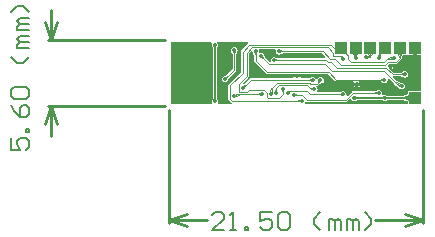
<source format=gbl>
%FSLAX42Y42*%
%MOMM*%
G71*
G01*
G75*
G04 Layer_Physical_Order=2*
G04 Layer_Color=16711680*
%ADD10C,0.11*%
%ADD11C,0.17*%
%ADD12C,0.14*%
%ADD13C,0.20*%
%ADD14R,1.00X0.82*%
%ADD15R,0.60X0.40*%
%ADD16R,1.70X1.00*%
%ADD17R,0.25X0.50*%
%ADD18R,0.50X0.25*%
%ADD19R,1.50X1.50*%
%ADD20R,0.40X0.40*%
%ADD21R,1.80X4.00*%
%ADD22R,0.70X0.28*%
%ADD23R,0.70X0.40*%
%ADD24C,0.25*%
%ADD25C,0.15*%
%ADD26C,0.35*%
%ADD27R,1.00X1.00*%
G36*
X5429Y8426D02*
X5427Y8423D01*
X5425Y8412D01*
X5427Y8402D01*
X5434Y8393D01*
X5433Y8393D01*
X5434Y8390D01*
X5436Y8387D01*
X5436D01*
X5436Y8387D01*
X5436Y8387D01*
D01*
D01*
D01*
X5436D01*
Y7963D01*
X5436D01*
X5436Y7963D01*
X5433Y7957D01*
X5434Y7957D01*
X5427Y7948D01*
X5425Y7938D01*
X5427Y7927D01*
X5429Y7924D01*
X5423Y7913D01*
X5083D01*
Y8437D01*
X5423D01*
X5429Y8426D01*
D02*
G37*
G36*
X6608Y7955D02*
X6609Y7954D01*
X6615Y7945D01*
X6624Y7939D01*
X6634Y7937D01*
X6645Y7939D01*
X6654Y7945D01*
X6655Y7945D01*
X6657Y7945D01*
X6657Y7945D01*
X6657Y7945D01*
X6657Y7945D01*
Y7946D01*
X6870D01*
X6870Y7946D01*
D01*
D01*
Y7946D01*
D01*
D01*
X6870D01*
Y7946D01*
X6870Y7945D01*
X6870D01*
D01*
D01*
X6871Y7945D01*
X6871Y7945D01*
X6871D01*
D01*
X6871Y7945D01*
X6872Y7945D01*
D01*
X6881Y7939D01*
X6891Y7937D01*
X6902Y7939D01*
X6902Y7939D01*
X6912Y7945D01*
Y7945D01*
X6913Y7945D01*
X6913Y7946D01*
X6913D01*
X6913D01*
X6913Y7946D01*
X7044D01*
X7045Y7945D01*
Y7945D01*
D01*
D01*
Y7945D01*
X7045D01*
D01*
D01*
D01*
D01*
X7045Y7945D01*
Y7945D01*
D01*
D01*
X7047Y7946D01*
X7066Y7943D01*
X7085Y7935D01*
Y7913D01*
X6218D01*
X6212Y7924D01*
X6216Y7929D01*
X6217Y7936D01*
X6225Y7933D01*
Y7933D01*
Y7933D01*
X6225D01*
X6225D01*
X6225Y7933D01*
X6226Y7933D01*
X6231Y7932D01*
X6563D01*
X6569Y7933D01*
X6575Y7936D01*
X6575Y7936D01*
X6575Y7936D01*
X6596Y7958D01*
X6608Y7955D01*
D02*
G37*
G36*
X5973Y8367D02*
X5972Y8359D01*
X5974Y8348D01*
X5980Y8339D01*
X5989Y8333D01*
X6000Y8331D01*
X6011Y8333D01*
X6020Y8339D01*
X6020Y8340D01*
X6028Y8343D01*
X6029Y8343D01*
Y8343D01*
X6358D01*
X6388Y8313D01*
X6384Y8301D01*
X5982D01*
Y8302D01*
X5981Y8302D01*
X5973Y8305D01*
X5973Y8305D01*
X5964Y8311D01*
X5953Y8314D01*
X5943Y8311D01*
X5934Y8305D01*
X5927Y8296D01*
X5925Y8285D01*
X5927Y8278D01*
X5916Y8272D01*
X5879Y8309D01*
X5879Y8310D01*
X5878Y8310D01*
X5875Y8318D01*
X5875Y8318D01*
X5873Y8329D01*
X5867Y8338D01*
X5858Y8344D01*
X5847Y8347D01*
X5836Y8344D01*
X5836Y8344D01*
X5825Y8351D01*
X5827Y8359D01*
X5825Y8370D01*
X5828Y8376D01*
X5965D01*
X5973Y8367D01*
D02*
G37*
G36*
X5735Y8425D02*
X5734Y8424D01*
X5676Y8367D01*
X5672Y8361D01*
X5671Y8355D01*
Y8185D01*
X5569Y8083D01*
X5566Y8078D01*
X5565Y8072D01*
Y7960D01*
X5566Y7954D01*
X5566Y7954D01*
X5566Y7954D01*
X5569Y7949D01*
X5590Y7929D01*
X5595Y7925D01*
D01*
D01*
D01*
X5592Y7913D01*
X5483D01*
X5477Y7924D01*
X5479Y7927D01*
X5481Y7938D01*
X5479Y7948D01*
X5473Y7957D01*
D01*
D01*
D01*
D01*
D01*
X5473Y7957D01*
D01*
D01*
X5473Y7958D01*
Y7958D01*
X5471Y7963D01*
X5471Y7963D01*
X5471Y7963D01*
Y8387D01*
X5471D01*
D01*
D01*
D01*
X5471Y8387D01*
X5471Y8387D01*
X5471D01*
X5472Y8390D01*
X5473Y8393D01*
X5473Y8393D01*
X5479Y8402D01*
X5481Y8412D01*
X5479Y8423D01*
X5473Y8432D01*
X5475Y8437D01*
X5731D01*
X5735Y8425D01*
D02*
G37*
G36*
X7158Y8325D02*
X7197D01*
Y8025D01*
X7085D01*
Y7995D01*
X7066Y7987D01*
X7047Y7984D01*
X7045Y7985D01*
Y7985D01*
D01*
Y7985D01*
X7045Y7985D01*
D01*
D01*
X7045D01*
X7045D01*
D01*
D01*
D01*
Y7985D01*
X7044Y7984D01*
X6913D01*
X6913Y7984D01*
D01*
D01*
Y7984D01*
X6913D01*
D01*
Y7984D01*
X6913Y7985D01*
X6913D01*
D01*
D01*
D01*
D01*
X6913Y7985D01*
X6913D01*
X6912Y7985D01*
X6912Y7985D01*
X6912Y7985D01*
D01*
D01*
D01*
X6912D01*
D01*
X6911Y7985D01*
X6902Y7991D01*
X6891Y7993D01*
X6881Y7991D01*
X6877Y7988D01*
X6866Y7995D01*
D01*
X6868Y8006D01*
X6866Y8017D01*
X6860Y8026D01*
X6851Y8032D01*
X6840Y8034D01*
X6829Y8032D01*
X6820Y8026D01*
X6820Y8026D01*
X6812Y8022D01*
X6811Y8022D01*
Y8022D01*
X6622D01*
X6616Y8021D01*
X6611Y8017D01*
X6576Y7983D01*
X6565Y7989D01*
X6566Y7995D01*
X6564Y8006D01*
X6558Y8015D01*
X6549Y8021D01*
X6538Y8023D01*
X6527Y8021D01*
X6518Y8015D01*
X6518Y8014D01*
X6510Y8011D01*
X6509Y8011D01*
Y8011D01*
X6321D01*
X6315Y8020D01*
X6314Y8022D01*
X6320Y8031D01*
X6322Y8042D01*
X6320Y8052D01*
X6314Y8061D01*
X6313Y8062D01*
X6314Y8066D01*
X6320Y8068D01*
X6326Y8071D01*
X6338Y8083D01*
X6338Y8083D01*
X6338Y8083D01*
X6339Y8084D01*
X6347Y8087D01*
X6347Y8087D01*
X6358Y8089D01*
X6367Y8095D01*
X6373Y8104D01*
X6375Y8115D01*
X6373Y8126D01*
X6367Y8135D01*
X6358Y8141D01*
X6347Y8143D01*
X6336Y8141D01*
X6327Y8135D01*
X6321Y8126D01*
X6321Y8123D01*
X6308D01*
X6307Y8126D01*
X6301Y8135D01*
X6292Y8141D01*
X6281Y8143D01*
X6271Y8141D01*
X6262Y8135D01*
X6261Y8135D01*
X6259Y8134D01*
X6257Y8134D01*
X6257Y8134D01*
X6256Y8133D01*
X6251D01*
X6248Y8134D01*
Y8133D01*
X6190D01*
X6176Y8142D01*
X6175Y8143D01*
X6175Y8143D01*
X6174Y8141D01*
X6125D01*
X6123Y8143D01*
X6123Y8143D01*
X6123Y8142D01*
X6109Y8133D01*
X5758D01*
X5752Y8132D01*
X5746Y8128D01*
X5701Y8083D01*
X5701Y8083D01*
X5695Y8084D01*
X5688Y8086D01*
X5687Y8090D01*
X5734Y8137D01*
X5737Y8142D01*
X5738Y8148D01*
Y8342D01*
X5758Y8362D01*
X5769Y8359D01*
X5771Y8359D01*
X5773Y8348D01*
X5779Y8339D01*
X5779Y8339D01*
X5783Y8331D01*
X5782Y8330D01*
X5783D01*
Y8280D01*
X5784Y8274D01*
X5784Y8274D01*
X5784Y8274D01*
X5788Y8269D01*
X5882Y8175D01*
X5882Y8175D01*
X5882D01*
X5882Y8175D01*
X5882D01*
X5882Y8175D01*
Y8175D01*
Y8175D01*
D01*
D01*
X5882D01*
Y8175D01*
X5887Y8172D01*
X5893Y8171D01*
X6115D01*
X6123Y8161D01*
X6123Y8164D01*
X6125Y8166D01*
X6174D01*
X6175Y8164D01*
X6179Y8171D01*
X6409D01*
X6471Y8109D01*
X6476Y8106D01*
X6482Y8105D01*
X6625D01*
X6631Y8093D01*
X6630Y8092D01*
X6679D01*
X6675Y8100D01*
X6676Y8105D01*
X6860D01*
Y8104D01*
X6860Y8104D01*
X6868Y8101D01*
X6869Y8101D01*
X6878Y8094D01*
X6888Y8092D01*
X6899Y8094D01*
X6908Y8101D01*
X6914Y8110D01*
X6917Y8120D01*
X6916Y8125D01*
X6927Y8131D01*
X6969Y8089D01*
X6968Y8089D01*
X6971Y8086D01*
X6987Y8070D01*
D01*
X6987Y8070D01*
X6989Y8069D01*
X7004Y8054D01*
X7005Y8053D01*
X7006Y8051D01*
X7006Y8051D01*
X7020Y8042D01*
X7021Y8042D01*
X7025Y8039D01*
X7036Y8037D01*
X7047Y8039D01*
X7056Y8045D01*
X7062Y8054D01*
X7064Y8065D01*
X7062Y8076D01*
X7056Y8085D01*
X7047Y8091D01*
X7036Y8093D01*
X7035Y8093D01*
X7011Y8097D01*
X6992Y8110D01*
X6959Y8144D01*
X6960Y8148D01*
X7032D01*
Y8147D01*
X7033Y8147D01*
X7041Y8144D01*
X7041Y8144D01*
X7050Y8138D01*
X7061Y8136D01*
X7072Y8138D01*
X7081Y8144D01*
X7087Y8153D01*
X7089Y8164D01*
X7087Y8174D01*
X7081Y8183D01*
X7072Y8189D01*
X7061Y8192D01*
X7050Y8189D01*
X7041Y8183D01*
X7041Y8183D01*
X7033Y8180D01*
X7032Y8180D01*
Y8179D01*
X6966D01*
X6939Y8207D01*
X6940Y8209D01*
X6936Y8210D01*
X6927Y8218D01*
Y8237D01*
X6940D01*
Y8250D01*
X6964D01*
X6966Y8248D01*
X6969Y8254D01*
X6985D01*
X6991Y8256D01*
X6996Y8259D01*
X6996Y8259D01*
X6996Y8259D01*
X7031Y8294D01*
X7035Y8299D01*
X7035Y8299D01*
X7035Y8299D01*
X7036Y8305D01*
Y8305D01*
X7037D01*
X7036Y8307D01*
X7039Y8318D01*
X7043Y8325D01*
X7080D01*
Y8325D01*
X7080D01*
X7080Y8325D01*
X7085D01*
Y8325D01*
X7132D01*
Y8385D01*
X7158D01*
Y8325D01*
D02*
G37*
%LPC*%
G36*
X6642Y8067D02*
X6630D01*
X6635Y8060D01*
X6642Y8055D01*
Y8067D01*
D02*
G37*
G36*
X6964Y8225D02*
X6952D01*
Y8213D01*
X6960Y8217D01*
X6964Y8225D01*
D02*
G37*
G36*
X5618Y8395D02*
X5608Y8393D01*
X5599Y8387D01*
X5593Y8377D01*
X5590Y8367D01*
X5593Y8356D01*
X5599Y8347D01*
X5599Y8347D01*
X5602Y8339D01*
X5602Y8338D01*
X5603D01*
Y8211D01*
X5549Y8157D01*
X5549Y8158D01*
X5549Y8158D01*
X5548Y8157D01*
X5540Y8153D01*
X5540Y8153D01*
X5529Y8151D01*
X5520Y8145D01*
X5514Y8136D01*
X5512Y8125D01*
X5514Y8115D01*
X5520Y8106D01*
X5529Y8100D01*
X5540Y8097D01*
X5550Y8100D01*
X5560Y8106D01*
X5566Y8115D01*
X5568Y8125D01*
X5568Y8126D01*
X5571Y8134D01*
X5572Y8134D01*
X5572Y8134D01*
X5571Y8135D01*
D01*
X5630Y8193D01*
X5633Y8198D01*
X5633Y8199D01*
X5634Y8204D01*
Y8338D01*
X5635D01*
X5635Y8339D01*
X5638Y8347D01*
X5638Y8347D01*
X5644Y8356D01*
X5647Y8367D01*
X5644Y8377D01*
X5638Y8387D01*
X5629Y8393D01*
X5618Y8395D01*
D02*
G37*
G36*
X6679Y8067D02*
X6667D01*
Y8055D01*
X6675Y8060D01*
X6679Y8067D01*
D02*
G37*
%LPD*%
D10*
X6127Y7999D02*
G03*
X6148Y7991I20J20D01*
G01*
D02*
G03*
X6127Y7982I0J-29D01*
G01*
X6742Y8317D02*
G03*
X6763Y8308I20J20D01*
G01*
D02*
G03*
X6742Y8300I0J-29D01*
G01*
X6286Y8033D02*
G03*
X6265Y8042I-20J-20D01*
G01*
D02*
G03*
X6286Y8050I0J29D01*
G01*
X5963Y8012D02*
G03*
X5972Y8033I-20J20D01*
G01*
D02*
G03*
X5980Y8012I29J0D01*
G01*
X6008Y8368D02*
G03*
X6029Y8359I20J20D01*
G01*
D02*
G03*
X6008Y8351I0J-29D01*
G01*
X5859Y8318D02*
G03*
X5868Y8298I29J0D01*
G01*
X5868Y8298D02*
G03*
X5847Y8307I-20J-20D01*
G01*
X7017Y8063D02*
G03*
X7036Y8055I18J18D01*
G01*
X6999Y8081D02*
G03*
X7036Y8066I37J37D01*
G01*
X6980Y8100D02*
G03*
X7036Y8077I56J56D01*
G01*
X7025Y8059D02*
G03*
X7015Y8065I-10J-6D01*
G01*
D02*
G03*
X7025Y8071I0J12D01*
G01*
X5962Y8294D02*
G03*
X5982Y8285I20J20D01*
G01*
D02*
G03*
X5962Y8277I0J-29D01*
G01*
X7053Y8155D02*
G03*
X7032Y8164I-20J-20D01*
G01*
D02*
G03*
X7053Y8172I0J29D01*
G01*
X6880Y8112D02*
G03*
X6860Y8120I-20J-20D01*
G01*
D02*
G03*
X6880Y8129I0J29D01*
G01*
X5807Y8351D02*
G03*
X5799Y8330I20J-20D01*
G01*
D02*
G03*
X5790Y8351I-29J0D01*
G01*
X6529Y8298D02*
G03*
X6520Y8318I-28J0D01*
G01*
D02*
G03*
X6540Y8310I20J20D01*
G01*
X6041Y8028D02*
G03*
X6033Y8008I20J-20D01*
G01*
D02*
G03*
X6024Y8028I-29J0D01*
G01*
X6181Y7932D02*
G03*
X6161Y7940I-20J-20D01*
G01*
D02*
G03*
X6181Y7949I0J29D01*
G01*
X6832Y7998D02*
G03*
X6811Y8006I-20J-20D01*
G01*
D02*
G03*
X6832Y8015I0J29D01*
G01*
X5842Y7987D02*
G03*
X5821Y7995I-20J-20D01*
G01*
D02*
G03*
X5842Y8004I0J29D01*
G01*
X5624Y7995D02*
G03*
X5606Y7988I0J-26D01*
G01*
X5651Y7995D02*
G03*
X5614Y7980I0J-52D01*
G01*
X5678Y7995D02*
G03*
X5622Y7972I0J-79D01*
G01*
X5627Y8358D02*
G03*
X5618Y8338I20J-20D01*
G01*
D02*
G03*
X5610Y8358I-29J0D01*
G01*
X5540Y8137D02*
G03*
X5560Y8146I0J29D01*
G01*
X5560Y8146D02*
G03*
X5552Y8125I20J-20D01*
G01*
X6962Y8291D02*
G03*
X6980Y8299I0J24D01*
G01*
X6937Y8291D02*
G03*
X6972Y8306I0J47D01*
G01*
X6912Y8291D02*
G03*
X6963Y8314I0J70D01*
G01*
X6835Y8309D02*
G03*
X6845Y8334I-25J25D01*
G01*
Y8324D02*
G03*
X6852Y8309I22J0D01*
G01*
X6273Y8107D02*
G03*
X6248Y8117I-25J-25D01*
G01*
X6257D02*
G03*
X6273Y8124I0J22D01*
G01*
X5690Y8061D02*
G03*
X5710Y8070I0J29D01*
G01*
X5710Y8070D02*
G03*
X5702Y8049I20J-20D01*
G01*
X6077Y8018D02*
G03*
X6093Y8024I2J20D01*
G01*
D02*
G03*
X6088Y8007I14J-14D01*
G01*
X6529Y7987D02*
G03*
X6509Y7995I-20J-20D01*
G01*
D02*
G03*
X6529Y8003I0J29D01*
G01*
X6347Y8103D02*
G03*
X6327Y8095I0J-29D01*
G01*
X6327Y8095D02*
G03*
X6335Y8115I-20J20D01*
G01*
X5925Y7995D02*
G03*
X5933Y8016I-20J20D01*
G01*
X5917Y8003D02*
G03*
X5933Y8042I-39J39D01*
G01*
X7038Y8356D02*
G03*
X7020Y8325I19J-32D01*
G01*
X7043Y8347D02*
G03*
X7020Y8305I26J-42D01*
G01*
Y8325D02*
G03*
X7002Y8356I-37J0D01*
G01*
X7020Y8305D02*
G03*
X6997Y8347I-49J0D01*
G01*
X6894Y8428D02*
G03*
X6845Y8379I1J-50D01*
G01*
X6894Y8417D02*
G03*
X6845Y8367I1J-50D01*
G01*
X6894Y8406D02*
G03*
X6845Y8356I1J-50D01*
G01*
X6895Y8395D02*
G03*
X6845Y8345I1J-51D01*
G01*
X6895Y8384D02*
G03*
X6845Y8333I1J-51D01*
G01*
X6895Y8373D02*
G03*
X6845Y8322I1J-51D01*
G01*
X6896Y8362D02*
G03*
X6845Y8311I1J-52D01*
G01*
X6896Y8352D02*
G03*
X6845Y8300I1J-52D01*
G01*
X6787Y8356D02*
G03*
X6770Y8327I16J-29D01*
G01*
X6792Y8346D02*
G03*
X6770Y8308I22J-38D01*
G01*
Y8327D02*
G03*
X6753Y8356I-33J0D01*
G01*
X6770Y8308D02*
G03*
X6748Y8346I-44J0D01*
G01*
X6477Y8375D02*
G03*
X6463Y8385I-13J-3D01*
G01*
D02*
G03*
X6477Y8395I0J14D01*
G01*
X6553Y8378D02*
G03*
X6564Y8341I41J-8D01*
G01*
X6564Y8376D02*
G03*
X6579Y8326I54J-11D01*
G01*
X6564Y8341D02*
G03*
X6527Y8352I-29J-29D01*
G01*
X6579Y8326D02*
G03*
X6529Y8341I-39J-39D01*
G01*
X5926Y7995D02*
X5933Y8002D01*
Y8052D01*
X5976Y8095D01*
X6253D01*
X6265Y8082D01*
X6314D01*
X6347Y8115D01*
X6259Y7995D02*
X6538D01*
X6231Y8024D02*
X6259Y7995D01*
X6093Y8024D02*
X6231D01*
X6076Y8006D02*
X6093Y8024D01*
X5690Y8049D02*
X5758Y8117D01*
X6271D01*
X6273Y8115D01*
X6281D01*
X6843Y8300D02*
X6845Y8302D01*
Y8385D02*
X6895D01*
X6520D02*
X6579Y8326D01*
Y8291D02*
Y8326D01*
Y8291D02*
X6604Y8265D01*
X6886D02*
X6912Y8291D01*
X6960D01*
X6972Y8304D01*
Y8306D01*
X5540Y8125D02*
X5618Y8204D01*
Y8367D01*
X5613Y7981D02*
X5628Y7995D01*
X5850D01*
X6187Y7991D02*
X6231Y7948D01*
X6563D01*
X6622Y8006D01*
X6840D01*
X6463Y8385D02*
X6520D01*
X6435Y8413D02*
X6463Y8385D01*
X5745Y8413D02*
X6435D01*
X5687Y8355D02*
X5745Y8413D01*
X5687Y8179D02*
Y8355D01*
X5580Y8072D02*
X5687Y8179D01*
X5580Y7960D02*
Y8072D01*
Y7960D02*
X5601Y7940D01*
X6190D01*
X6033Y8000D02*
Y8037D01*
X5994Y7962D02*
X6033Y8000D01*
X5906Y7962D02*
X5994D01*
X5893Y7974D02*
X5906Y7962D01*
X5893Y7974D02*
Y8009D01*
X5867Y8034D02*
X5893Y8009D01*
X5740Y8034D02*
X5867D01*
X5723Y8016D02*
X5740Y8034D01*
X5657Y8016D02*
X5723D01*
X5657D02*
Y8082D01*
X5723Y8148D01*
Y8349D01*
X5766Y8392D01*
X6411D01*
X6454Y8349D01*
Y8318D02*
Y8349D01*
Y8318D02*
X6520D01*
X6540Y8298D01*
X5799Y8280D02*
Y8359D01*
Y8280D02*
X5893Y8186D01*
X6416D01*
X6482Y8120D01*
X6888D01*
X6960Y8164D02*
X7061D01*
X6904Y8219D02*
X6960Y8164D01*
X6488Y8219D02*
X6904D01*
X6433Y8273D02*
X6488Y8219D01*
X6408Y8273D02*
X6433D01*
X6396Y8285D02*
X6408Y8273D01*
X5953Y8285D02*
X6396D01*
X7015Y8065D02*
X7036D01*
X6884Y8196D02*
X7015Y8065D01*
X6442Y8196D02*
X6884D01*
X6385Y8252D02*
X6442Y8196D01*
X5913Y8252D02*
X6385D01*
X5847Y8318D02*
X5913Y8252D01*
X7020Y8305D02*
Y8385D01*
X6985Y8270D02*
X7020Y8305D01*
X6921Y8270D02*
X6985D01*
X6892Y8240D02*
X6921Y8270D01*
X6522Y8240D02*
X6892D01*
X6468Y8294D02*
X6522Y8240D01*
X6429Y8294D02*
X6468D01*
X6365Y8359D02*
X6429Y8294D01*
X6000Y8359D02*
X6365D01*
X5972Y8004D02*
Y8049D01*
X5996Y8074D01*
X6232D01*
X6264Y8042D01*
X6294D01*
X6845Y8302D02*
Y8385D01*
X6734Y8308D02*
X6770D01*
Y8385D01*
X6770Y8385D02*
X6770Y8385D01*
X6604Y8265D02*
X6886D01*
X6119Y7991D02*
X6187D01*
D11*
X6641Y7971D02*
G03*
X6655Y7965I15J15D01*
G01*
X6657D02*
G03*
X6641Y7958I0J-23D01*
G01*
X6156Y8160D02*
G03*
X6171Y8153I15J15D01*
G01*
D02*
G03*
X6156Y8147I0J-22D01*
G01*
X6648Y8073D02*
G03*
X6633Y8080I-15J-15D01*
G01*
D02*
G03*
X6648Y8086I0J22D01*
G01*
X6661D02*
G03*
X6676Y8080I15J15D01*
G01*
D02*
G03*
X6661Y8073I0J-22D01*
G01*
X6946Y8244D02*
G03*
X6961Y8237I15J15D01*
G01*
D02*
G03*
X6946Y8231I0J-22D01*
G01*
X6639Y8306D02*
G03*
X6645Y8322I-15J15D01*
G01*
D02*
G03*
X6651Y8306I22J0D01*
G01*
X6898Y7971D02*
G03*
X6913Y7965I15J15D01*
G01*
D02*
G03*
X6898Y7959I0J-22D01*
G01*
X6885D02*
G03*
X6870Y7965I-15J-15D01*
G01*
D02*
G03*
X6885Y7971I0J22D01*
G01*
X7162Y8347D02*
G03*
X7145Y8321I12J-26D01*
G01*
D02*
G03*
X7128Y8347I-29J0D01*
G01*
X6660Y8366D02*
G03*
X6645Y8335I24J-31D01*
G01*
X6670Y8352D02*
G03*
X6645Y8300I41J-52D01*
G01*
Y8335D02*
G03*
X6630Y8366I-39J0D01*
G01*
X6645Y8300D02*
G03*
X6620Y8352I-66J0D01*
G01*
X7128Y7948D02*
G03*
X7086Y7965I-42J-42D01*
G01*
X7116Y7936D02*
G03*
X7045Y7965I-71J-71D01*
G01*
X7086D02*
G03*
X7128Y7982I0J59D01*
G01*
X7045Y7965D02*
G03*
X7116Y7994I0J100D01*
G01*
X6891Y7965D02*
X7145D01*
X6645Y8300D02*
Y8385D01*
X7145Y8321D02*
Y8385D01*
X6940Y8237D02*
X7061D01*
X6655Y8080D02*
X6820D01*
X6871Y8029D01*
X7061D01*
X7145Y8113D01*
X6470Y8080D02*
X6655D01*
X6397Y8153D02*
X6470Y8080D01*
X6149Y8153D02*
X6397D01*
X6634Y7965D02*
X6635Y7965D01*
X7145Y8113D02*
Y8321D01*
X7061Y8237D02*
X7145Y8321D01*
X6635Y7965D02*
X6891D01*
D12*
X5461Y8405D02*
G03*
X5453Y8387I18J-18D01*
G01*
D02*
G03*
X5446Y8405I-25J0D01*
G01*
Y7945D02*
G03*
X5453Y7963I-18J18D01*
G01*
D02*
G03*
X5461Y7945I25J0D01*
G01*
X5453Y7938D02*
Y8412D01*
D24*
X4039Y8455D02*
X5032D01*
X4039Y7895D02*
X5032D01*
X4064Y7641D02*
Y7895D01*
Y8455D02*
Y8709D01*
X4013Y7743D02*
X4064Y7895D01*
X4115Y7743D01*
X4064Y8455D02*
X4115Y8607D01*
X4013D02*
X4064Y8455D01*
X7215Y6909D02*
Y7862D01*
X5065Y6909D02*
Y7862D01*
X6813Y6934D02*
X7215D01*
X5065D02*
X5386D01*
X7063Y6985D02*
X7215Y6934D01*
X7063Y6883D02*
X7215Y6934D01*
X5065D02*
X5217Y6883D01*
X5065Y6934D02*
X5217Y6985D01*
D25*
X3729Y7627D02*
Y7525D01*
X3805D01*
X3780Y7576D01*
Y7601D01*
X3805Y7627D01*
X3856D01*
X3881Y7601D01*
Y7550D01*
X3856Y7525D01*
X3881Y7677D02*
X3856D01*
Y7703D01*
X3881D01*
Y7677D01*
X3729Y7906D02*
X3754Y7855D01*
X3805Y7804D01*
X3856D01*
X3881Y7830D01*
Y7880D01*
X3856Y7906D01*
X3830D01*
X3805Y7880D01*
Y7804D01*
X3754Y7957D02*
X3729Y7982D01*
Y8033D01*
X3754Y8058D01*
X3856D01*
X3881Y8033D01*
Y7982D01*
X3856Y7957D01*
X3754D01*
X3881Y8312D02*
X3830Y8261D01*
X3780D01*
X3729Y8312D01*
X3881Y8388D02*
X3780D01*
Y8414D01*
X3805Y8439D01*
X3881D01*
X3805D01*
X3780Y8464D01*
X3805Y8490D01*
X3881D01*
Y8541D02*
X3780D01*
Y8566D01*
X3805Y8591D01*
X3881D01*
X3805D01*
X3780Y8617D01*
X3805Y8642D01*
X3881D01*
Y8693D02*
X3830Y8744D01*
X3780D01*
X3729Y8693D01*
X5528Y6843D02*
X5426D01*
X5528Y6944D01*
Y6970D01*
X5503Y6995D01*
X5452D01*
X5426Y6970D01*
X5579Y6843D02*
X5630D01*
X5604D01*
Y6995D01*
X5579Y6970D01*
X5706Y6843D02*
Y6868D01*
X5731D01*
Y6843D01*
X5706D01*
X5934Y6995D02*
X5833D01*
Y6919D01*
X5884Y6944D01*
X5909D01*
X5934Y6919D01*
Y6868D01*
X5909Y6843D01*
X5858D01*
X5833Y6868D01*
X5985Y6970D02*
X6010Y6995D01*
X6061D01*
X6087Y6970D01*
Y6868D01*
X6061Y6843D01*
X6010D01*
X5985Y6868D01*
Y6970D01*
X6341Y6843D02*
X6290Y6894D01*
Y6944D01*
X6341Y6995D01*
X6417Y6843D02*
Y6944D01*
X6442D01*
X6468Y6919D01*
Y6843D01*
Y6919D01*
X6493Y6944D01*
X6518Y6919D01*
Y6843D01*
X6569D02*
Y6944D01*
X6594D01*
X6620Y6919D01*
Y6843D01*
Y6919D01*
X6645Y6944D01*
X6671Y6919D01*
Y6843D01*
X6721D02*
X6772Y6894D01*
Y6944D01*
X6721Y6995D01*
D26*
X6891Y7965D02*
D03*
X5926Y7995D02*
D03*
X6347Y8115D02*
D03*
X6538Y7995D02*
D03*
X6076Y8006D02*
D03*
X5690Y8049D02*
D03*
X6281Y8115D02*
D03*
X6645Y8300D02*
D03*
X6843Y8300D02*
D03*
X6972Y8306D02*
D03*
X6940Y8237D02*
D03*
X5540Y8125D02*
D03*
X5618Y8367D02*
D03*
X5613Y7981D02*
D03*
X5850Y7995D02*
D03*
X6655Y8080D02*
D03*
X6149Y8153D02*
D03*
X6840Y8006D02*
D03*
X6190Y7940D02*
D03*
X6033Y8037D02*
D03*
X6540Y8298D02*
D03*
X5799Y8359D02*
D03*
X6888Y8120D02*
D03*
X5453Y7938D02*
D03*
Y8412D02*
D03*
X7061Y8164D02*
D03*
X5953Y8285D02*
D03*
X7036Y8065D02*
D03*
X5847Y8318D02*
D03*
X6634Y7965D02*
D03*
X6000Y8359D02*
D03*
X5972Y8004D02*
D03*
X6294Y8042D02*
D03*
X6734Y8308D02*
D03*
X6119Y7991D02*
D03*
D27*
X7145Y7965D02*
D03*
X6520Y8385D02*
D03*
X6645D02*
D03*
X6770D02*
D03*
X6895D02*
D03*
X7020D02*
D03*
X7145D02*
D03*
M02*

</source>
